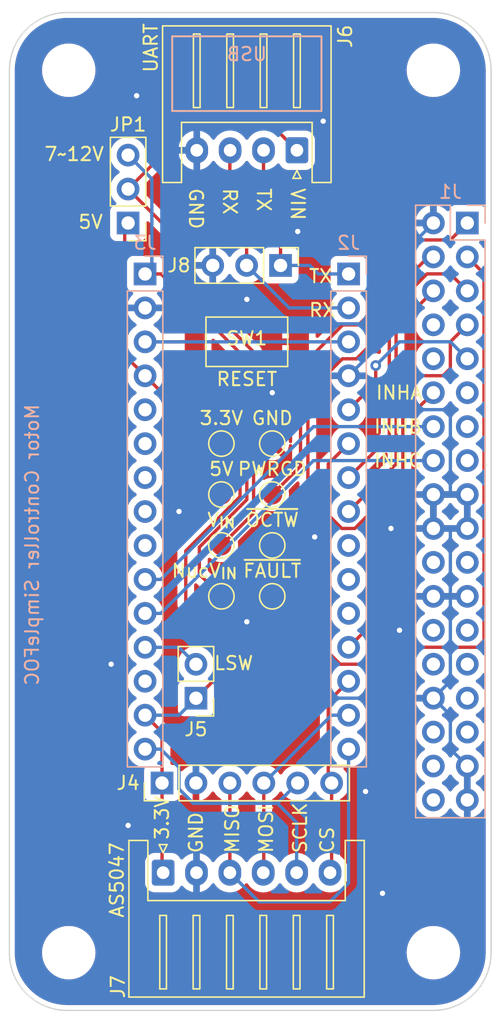
<source format=kicad_pcb>
(kicad_pcb (version 20221018) (generator pcbnew)
  (layers (0 "F.Cu" signal) (31 "B.Cu" signal) (34 "B.Paste" user) (35 "F.Paste" user) (36 "B.SilkS" user "B.Silkscreen") (37 "F.SilkS" user "F.Silkscreen") (38 "B.Mask" user) (39 "F.Mask" user) (44 "Edge.Cuts" user))
  (net 0 "")
  (net 1 "GND")
  (net 2 "PWRGD")
  (net 3 "nOCTW")
  (net 4 "nFAULT")
  (net 5 "M_PWM")
  (net 6 "M_OC")
  (net 7 "GAIN")
  (net 8 "OC_ADJ")
  (net 9 "DC-CAL")
  (net 10 "EN-GATE")
  (net 11 "INH-A")
  (net 12 "INL-A")
  (net 13 "INH-B")
  (net 14 "INL-B")
  (net 15 "INH-C")
  (net 16 "INL-C")
  (net 17 "SO-2")
  (net 18 "SO-1")
  (net 19 "VPDD-O")
  (net 20 "EMF-A")
  (net 21 "EMF-B")
  (net 22 "EMF-C")
  (net 23 "EX-REF")
  (net 24 "IOUTA")
  (net 25 "REF+1.65V")
  (net 26 "IOUTB")
  (net 27 "IOUTC")
  (net 28 "UART_TX")
  (net 29 "UART_RX")
  (net 30 "~{RESET}")
  (net 31 "/PB1")
  (net 32 "/PC14")
  (net 33 "/PC15")
  (net 34 "SPI_CS")
  (net 35 "SPI_MOSI")
  (net 36 "SPI_MISO")
  (net 37 "NUCLEO_VIN")
  (net 38 "+5V")
  (net 39 "/PA2")
  (net 40 "/PA7")
  (net 41 "/PA6")
  (net 42 "/PA5")
  (net 43 "/PA4")
  (net 44 "LIMIT_SW")
  (net 45 "/AREF")
  (net 46 "+3.3V")
  (net 47 "SPI_SCLK")
  (net 48 "VIN")
  (footprint "Connector_JST:JST_XH_S4B-XH-A_1x04_P2.50mm_Horizontal" (layer "F.Cu") (at 133.29 68.22 180)
    (fp_text reference "J6" (at -3.616 8.53 90) (layer "F.SilkS"))
    (fp_text value "Conn_01x04")
    (fp_line (start -2.56 -2.41) (end -1.14 -2.41) (stroke (width 0.12)) (layer "F.SilkS"))
    (fp_line (start -2.56 9.31) (end -2.56 -2.41) (stroke (width 0.12)) (layer "F.SilkS"))
    (fp_line (start -1.14 -2.41) (end -1.14 2.09) (stroke (width 0.12)) (layer "F.SilkS"))
    (fp_line (start -1.14 2.09) (end 3.75 2.09) (stroke (width 0.12)) (layer "F.SilkS"))
    (fp_line (start -0.3 -2.1) (end 0.3 -2.1) (stroke (width 0.12)) (layer "F.SilkS"))
    (fp_line (start -0.25 3.2) (end -0.25 8.7) (stroke (width 0.12)) (layer "F.SilkS"))
    (fp_line (start -0.25 8.7) (end 0.25 8.7) (stroke (width 0.12)) (layer "F.SilkS"))
    (fp_line (start 0 -1.5) (end -0.3 -2.1) (stroke (width 0.12)) (layer "F.SilkS"))
    (fp_line (start 0.25 3.2) (end -0.25 3.2) (stroke (width 0.12)) (layer "F.SilkS"))
    (fp_line (start 0.25 8.7) (end 0.25 3.2) (stroke (width 0.12)) (layer "F.SilkS"))
    (fp_line (start 0.3 -2.1) (end 0 -1.5) (stroke (width 0.12)) (layer "F.SilkS"))
    (fp_line (start 2.25 3.2) (end 2.25 8.7) (stroke (width 0.12)) (layer "F.SilkS"))
    (fp_line (start 2.25 8.7) (end 2.75 8.7) (stroke (width 0.12)) (layer "F.SilkS"))
    (fp_line (start 2.75 3.2) (end 2.25 3.2) (stroke (width 0.12)) (layer "F.SilkS"))
    (fp_line (start 2.75 8.7) (end 2.75 3.2) (stroke (width 0.12)) (layer "F.SilkS"))
    (fp_line (start 3.75 9.31) (end -2.56 9.31) (stroke (width 0.12)) (layer "F.SilkS"))
    (fp_line (start 3.75 9.31) (end 10.06 9.31) (stroke (width 0.12)) (layer "F.SilkS"))
    (fp_line (start 4.75 3.2) (end 4.75 8.7) (stroke (width 0.12)) (layer "F.SilkS"))
    (fp_line (start 4.75 8.7) (end 5.25 8.7) (stroke (width 0.12)) (layer "F.SilkS"))
    (fp_line (start 5.25 3.2) (end 4.75 3.2) (stroke (width 0.12)) (layer "F.SilkS"))
    (fp_line (start 5.25 8.7) (end 5.25 3.2) (stroke (width 0.12)) (layer "F.SilkS"))
    (fp_line (start 7.25 3.2) (end 7.25 8.7) (stroke (width 0.12)) (layer "F.SilkS"))
    (fp_line (start 7.25 8.7) (end 7.75 8.7) (stroke (width 0.12)) (layer "F.SilkS"))
    (fp_line (start 7.75 3.2) (end 7.25 3.2) (stroke (width 0.12)) (layer "F.SilkS"))
    (fp_line (start 7.75 8.7) (end 7.75 3.2) (stroke (width 0.12)) (layer "F.SilkS"))
    (fp_line (start 8.64 -2.41) (end 8.64 2.09) (stroke (width 0.12)) (layer "F.SilkS"))
    (fp_line (start 8.64 2.09) (end 3.75 2.09) (stroke (width 0.12)) (layer "F.SilkS"))
    (fp_line (start 10.06 -2.41) (end 8.64 -2.41) (stroke (width 0.12)) (layer "F.SilkS"))
    (fp_line (start 10.06 9.31) (end 10.06 -2.41) (stroke (width 0.12)) (layer "F.SilkS"))
    (pad "1" thru_hole roundrect (at 0 0 180) (size 1.7 1.95) (drill 0.95) (layers "*.Cu" "*.Mask") (roundrect_rratio 0.1470588235) (net 48 "VIN"))
    (pad "2" thru_hole oval (at 2.5 0 180) (size 1.7 1.95) (drill 0.95) (layers "*.Cu" "*.Mask") (net 28 "UART_TX"))
    (pad "3" thru_hole oval (at 5 0 180) (size 1.7 1.95) (drill 0.95) (layers "*.Cu" "*.Mask") (net 29 "UART_RX"))
    (pad "4" thru_hole oval (at 7.5 0 180) (size 1.7 1.95) (drill 0.95) (layers "*.Cu" "*.Mask") (net 1 "GND"))
  )
  (footprint "TestPoint:TestPoint_Pad_D1.5mm" (layer "F.Cu") (at 127.635 90.17 90)
    (fp_text reference "TP8" hide)
    (fp_text value "TestPoint")
    (fp_text user "3.3V" (at 1.905 0 unlocked) (layer "F.SilkS"))
    (fp_circle (center 0 0) (end 0 0.95) (stroke (width 0.12)) (fill none) (layer "F.SilkS"))
    (pad "1" smd circle (at 0 0 90) (size 1.5 1.5) (layers "F.Cu" "F.Mask") (net 46 "+3.3V"))
  )
  (footprint "TestPoint:TestPoint_Pad_D1.5mm" (layer "F.Cu") (at 131.445 101.6 90)
    (fp_text reference "TP2" hide)
    (fp_text value "TestPoint")
    (fp_text user "~{FAULT}" (at 1.905 0 unlocked) (layer "F.SilkS"))
    (fp_circle (center 0 0) (end 0 0.95) (stroke (width 0.12)) (fill none) (layer "F.SilkS"))
    (pad "1" smd circle (at 0 0 90) (size 1.5 1.5) (layers "F.Cu" "F.Mask") (net 4 "nFAULT"))
  )
  (footprint "TestPoint:TestPoint_Pad_D1.5mm" (layer "F.Cu") (at 127.635 101.6 90)
    (fp_text reference "TP6" hide)
    (fp_text value "TestPoint")
    (fp_text user "NucV_{IN}" (at 1.905 -1.27 unlocked) (layer "F.SilkS"))
    (fp_circle (center 0 0) (end 0 0.95) (stroke (width 0.12)) (fill none) (layer "F.SilkS"))
    (pad "1" smd circle (at 0 0 90) (size 1.5 1.5) (layers "F.Cu" "F.Mask") (net 37 "NUCLEO_VIN"))
  )
  (footprint "MountingHole:MountingHole_3.5mm" (layer "F.Cu") (at 143.51 62.23)
    (fp_text reference "H1" hide)
    (fp_text value "MountingHole")
    (pad "" np_thru_hole circle (at 0 0) (size 3.5 3.5) (drill 3.5) (layers "*.Cu" "*.Mask"))
  )
  (footprint "Connector_PinHeader_2.54mm:PinHeader_1x06_P2.54mm_Vertical" (layer "F.Cu") (at 123.19 115.57 90)
    (fp_text reference "J4" (at 0 -2.54 180) (layer "F.SilkS"))
    (fp_text value "Conn_01x06")
    (fp_line (start -1.33 -1.33) (end 0 -1.33) (stroke (width 0.12)) (layer "F.SilkS"))
    (fp_line (start -1.33 0) (end -1.33 -1.33) (stroke (width 0.12)) (layer "F.SilkS"))
    (fp_line (start -1.33 1.27) (end -1.33 14.03) (stroke (width 0.12)) (layer "F.SilkS"))
    (fp_line (start -1.33 1.27) (end 1.33 1.27) (stroke (width 0.12)) (layer "F.SilkS"))
    (fp_line (start -1.33 14.03) (end 1.33 14.03) (stroke (width 0.12)) (layer "F.SilkS"))
    (fp_line (start 1.33 1.27) (end 1.33 14.03) (stroke (width 0.12)) (layer "F.SilkS"))
    (pad "1" thru_hole rect (at 0 0 90) (size 1.7 1.7) (drill 1) (layers "*.Cu" "*.Mask") (net 46 "+3.3V"))
    (pad "2" thru_hole oval (at 0 2.54 90) (size 1.7 1.7) (drill 1) (layers "*.Cu" "*.Mask") (net 1 "GND"))
    (pad "3" thru_hole oval (at 0 5.08 90) (size 1.7 1.7) (drill 1) (layers "*.Cu" "*.Mask") (net 36 "SPI_MISO"))
    (pad "4" thru_hole oval (at 0 7.62 90) (size 1.7 1.7) (drill 1) (layers "*.Cu" "*.Mask") (net 35 "SPI_MOSI"))
    (pad "5" thru_hole oval (at 0 10.16 90) (size 1.7 1.7) (drill 1) (layers "*.Cu" "*.Mask") (net 47 "SPI_SCLK"))
    (pad "6" thru_hole oval (at 0 12.7 90) (size 1.7 1.7) (drill 1) (layers "*.Cu" "*.Mask") (net 34 "SPI_CS"))
  )
  (footprint "Connector_PinHeader_2.54mm:PinHeader_1x03_P2.54mm_Vertical" (layer "F.Cu") (at 132.065 76.835 -90)
    (fp_text reference "J8" (at 0 7.605 -180) (layer "F.SilkS"))
    (fp_text value "Conn_01x03")
    (fp_line (start -1.33 -1.33) (end 0 -1.33) (stroke (width 0.12)) (layer "F.SilkS"))
    (fp_line (start -1.33 0) (end -1.33 -1.33) (stroke (width 0.12)) (layer "F.SilkS"))
    (fp_line (start -1.33 1.27) (end -1.33 6.41) (stroke (width 0.12)) (layer "F.SilkS"))
    (fp_line (start -1.33 1.27) (end 1.33 1.27) (stroke (width 0.12)) (layer "F.SilkS"))
    (fp_line (start -1.33 6.41) (end 1.33 6.41) (stroke (width 0.12)) (layer "F.SilkS"))
    (fp_line (start 1.33 1.27) (end 1.33 6.41) (stroke (width 0.12)) (layer "F.SilkS"))
    (pad "1" thru_hole rect (at 0 0 270) (size 1.7 1.7) (drill 1) (layers "*.Cu" "*.Mask") (net 28 "UART_TX"))
    (pad "2" thru_hole oval (at 0 2.54 270) (size 1.7 1.7) (drill 1) (layers "*.Cu" "*.Mask") (net 29 "UART_RX"))
    (pad "3" thru_hole oval (at 0 5.08 270) (size 1.7 1.7) (drill 1) (layers "*.Cu" "*.Mask") (net 1 "GND"))
  )
  (footprint "Button_Switch_SMD:SW_SPST_CK_RS282G05A3" (layer "F.Cu") (at 129.54 82.55)
    (fp_text reference "SW1" (at 0 -0.254) (layer "F.SilkS"))
    (fp_text value "SW_Push")
    (fp_text user "RESET" (at 0 2.794 unlocked) (layer "F.SilkS"))
    (fp_line (start -3.06 -1.85) (end 3.06 -1.85) (stroke (width 0.12)) (layer "F.SilkS"))
    (fp_line (start -3.06 1.85) (end -3.06 -1.85) (stroke (width 0.12)) (layer "F.SilkS"))
    (fp_line (start 3.06 -1.85) (end 3.06 1.85) (stroke (width 0.12)) (layer "F.SilkS"))
    (fp_line (start 3.06 1.85) (end -3.06 1.85) (stroke (width 0.12)) (layer "F.SilkS"))
    (pad "1" smd rect (at -3.9 0) (size 1.5 1.5) (layers "F.Cu" "F.Paste" "F.Mask") (net 30 "~{RESET}"))
    (pad "2" smd rect (at 3.9 0) (size 1.5 1.5) (layers "F.Cu" "F.Paste" "F.Mask") (net 1 "GND"))
  )
  (footprint "Connector_PinHeader_2.54mm:PinHeader_1x03_P2.54mm_Vertical" (layer "F.Cu") (at 120.65 73.66 180)
    (fp_text reference "JP1" (at 0 7.366) (layer "F.SilkS"))
    (fp_text value "Jumper_3_Bridged12")
    (fp_line (start -1.33 -1.33) (end 0 -1.33) (stroke (width 0.12)) (layer "F.SilkS"))
    (fp_line (start -1.33 0) (end -1.33 -1.33) (stroke (width 0.12)) (layer "F.SilkS"))
    (fp_line (start -1.33 1.27) (end -1.33 6.41) (stroke (width 0.12)) (layer "F.SilkS"))
    (fp_line (start -1.33 1.27) (end 1.33 1.27) (stroke (width 0.12)) (layer "F.SilkS"))
    (fp_line (start -1.33 6.41) (end 1.33 6.41) (stroke (width 0.12)) (layer "F.SilkS"))
    (fp_line (start 1.33 1.27) (end 1.33 6.41) (stroke (width 0.12)) (layer "F.SilkS"))
    (pad "1" thru_hole rect (at 0 0 180) (size 1.7 1.7) (drill 1) (layers "*.Cu" "*.Mask") (net 38 "+5V"))
    (pad "2" thru_hole oval (at 0 2.54 180) (size 1.7 1.7) (drill 1) (layers "*.Cu" "*.Mask") (net 48 "VIN"))
    (pad "3" thru_hole oval (at 0 5.08 180) (size 1.7 1.7) (drill 1) (layers "*.Cu" "*.Mask") (net 37 "NUCLEO_VIN"))
  )
  (footprint "TestPoint:TestPoint_Pad_D1.5mm" (layer "F.Cu") (at 131.445 97.79 90)
    (fp_text reference "TP3" hide)
    (fp_text value "TestPoint")
    (fp_text user "~{OCTW}" (at 1.905 0 unlocked) (layer "F.SilkS"))
    (fp_circle (center 0 0) (end 0 0.95) (stroke (width 0.12)) (fill none) (layer "F.SilkS"))
    (pad "1" smd circle (at 0 0 90) (size 1.5 1.5) (layers "F.Cu" "F.Mask") (net 3 "nOCTW"))
  )
  (footprint "MountingHole:MountingHole_3.5mm" (layer "F.Cu") (at 116.205 128.27)
    (fp_text reference "H4" hide)
    (fp_text value "MountingHole")
    (pad "" np_thru_hole circle (at 0 0) (size 3.5 3.5) (drill 3.5) (layers "*.Cu" "*.Mask"))
  )
  (footprint "TestPoint:TestPoint_Pad_D1.5mm" (layer "F.Cu") (at 131.445 90.17)
    (fp_text reference "TP9" hide)
    (fp_text value "TestPoint")
    (fp_text user "GND" (at 0 -1.905 unlocked) (layer "F.SilkS"))
    (fp_circle (center 0 0) (end 0 0.95) (stroke (width 0.12)) (fill none) (layer "F.SilkS"))
    (pad "1" smd circle (at 0 0) (size 1.5 1.5) (layers "F.Cu" "F.Mask") (net 1 "GND"))
  )
  (footprint "Connector_JST:JST_XH_S6B-XH-A_1x06_P2.50mm_Horizontal" (layer "F.Cu") (at 123.27 122.28)
    (fp_text reference "J7" (at -3.382 8.53 90) (layer "F.SilkS"))
    (fp_text value "Conn_01x06")
    (fp_line (start -2.56 -2.41) (end -1.14 -2.41) (stroke (width 0.12)) (layer "F.SilkS"))
    (fp_line (start -2.56 9.31) (end -2.56 -2.41) (stroke (width 0.12)) (layer "F.SilkS"))
    (fp_line (start -1.14 -2.41) (end -1.14 2.09) (stroke (width 0.12)) (layer "F.SilkS"))
    (fp_line (start -1.14 2.09) (end 6.25 2.09) (stroke (width 0.12)) (layer "F.SilkS"))
    (fp_line (start -0.3 -2.1) (end 0.3 -2.1) (stroke (width 0.12)) (layer "F.SilkS"))
    (fp_line (start -0.25 3.2) (end -0.25 8.7) (stroke (width 0.12)) (layer "F.SilkS"))
    (fp_line (start -0.25 8.7) (end 0.25 8.7) (stroke (width 0.12)) (layer "F.SilkS"))
    (fp_line (start 0 -1.5) (end -0.3 -2.1) (stroke (width 0.12)) (layer "F.SilkS"))
    (fp_line (start 0.25 3.2) (end -0.25 3.2) (stroke (width 0.12)) (layer "F.SilkS"))
    (fp_line (start 0.25 8.7) (end 0.25 3.2) (stroke (width 0.12)) (layer "F.SilkS"))
    (fp_line (start 0.3 -2.1) (end 0 -1.5) (stroke (width 0.12)) (layer "F.SilkS"))
    (fp_line (start 2.25 3.2) (end 2.25 8.7) (stroke (width 0.12)) (layer "F.SilkS"))
    (fp_line (start 2.25 8.7) (end 2.75 8.7) (stroke (width 0.12)) (layer "F.SilkS"))
    (fp_line (start 2.75 3.2) (end 2.25 3.2) (stroke (width 0.12)) (layer "F.SilkS"))
    (fp_line (start 2.75 8.7) (end 2.75 3.2) (stroke (width 0.12)) (layer "F.SilkS"))
    (fp_line (start 4.75 3.2) (end 4.75 8.7) (stroke (width 0.12)) (layer "F.SilkS"))
    (fp_line (start 4.75 8.7) (end 5.25 8.7) (stroke (width 0.12)) (layer "F.SilkS"))
    (fp_line (start 5.25 3.2) (end 4.75 3.2) (stroke (width 0.12)) (layer "F.SilkS"))
    (fp_line (start 5.25 8.7) (end 5.25 3.2) (stroke (width 0.12)) (layer "F.SilkS"))
    (fp_line (start 6.25 9.31) (end -2.56 9.31) (stroke (width 0.12)) (layer "F.SilkS"))
    (fp_line (start 6.25 9.31) (end 15.06 9.31) (stroke (width 0.12)) (layer "F.SilkS"))
    (fp_line (start 7.25 3.2) (end 7.25 8.7) (stroke (width 0.12)) (layer "F.SilkS"))
    (fp_line (start 7.25 8.7) (end 7.75 8.7) (stroke (width 0.12)) (layer "F.SilkS"))
    (fp_line (start 7.75 3.2) (end 7.25 3.2) (stroke (width 0.12)) (layer "F.SilkS"))
    (fp_line (start 7.75 8.7) (end 7.75 3.2) (stroke (width 0.12)) (layer "F.SilkS"))
    (fp_line (start 9.75 3.2) (end 9.75 8.7) (stroke (width 0.12)) (layer "F.SilkS"))
    (fp_line (start 9.75 8.7) (end 10.25 8.7) (stroke (width 0.12)) (layer "F.SilkS"))
    (fp_line (start 10.25 3.2) (end 9.75 3.2) (stroke (width 0.12)) (layer "F.SilkS"))
    (fp_line (start 10.25 8.7) (end 10.25 3.2) (stroke (width 0.12)) (layer "F.SilkS"))
    (fp_line (start 12.25 3.2) (end 12.25 8.7) (stroke (width 0.12)) (layer "F.SilkS"))
    (fp_line (start 12.25 8.7) (end 12.75 8.7) (stroke (width 0.12)) (layer "F.SilkS"))
    (fp_line (start 12.75 3.2) (end 12.25 3.2) (stroke (width 0.12)) (layer "F.SilkS"))
    (fp_line (start 12.75 8.7) (end 12.75 3.2) (stroke (width 0.12)) (layer "F.SilkS"))
    (fp_line (start 13.64 -2.41) (end 13.64 2.09) (stroke (width 0.12)) (layer "F.SilkS"))
    (fp_line (start 13.64 2.09) (end 6.25 2.09) (stroke (width 0.12)) (layer "F.SilkS"))
    (fp_line (start 15.06 -2.41) (end 13.64 -2.41) (stroke (width 0.12)) (layer "F.SilkS"))
    (fp_line (start 15.06 9.31) (end 15.06 -2.41) (stroke (width 0.12)) (layer "F.SilkS"))
    (pad "1" thru_hole roundrect (at 0 0) (size 1.7 1.95) (drill 0.95) (layers "*.Cu" "*.Mask") (roundrect_rratio 0.1470588235) (net 46 "+3.3V"))
    (pad "2" thru_hole oval (at 2.5 0) (size 1.7 1.95) (drill 0.95) (layers "*.Cu" "*.Mask") (net 1 "GND"))
    (pad "3" thru_hole oval (at 5 0) (size 1.7 1.95) (drill 0.95) (layers "*.Cu" "*.Mask") (net 36 "SPI_MISO"))
    (pad "4" thru_hole oval (at 7.5 0) (size 1.7 1.95) (drill 0.95) (layers "*.Cu" "*.Mask") (net 35 "SPI_MOSI"))
    (pad "5" thru_hole oval (at 10 0) (size 1.7 1.95) (drill 0.95) (layers "*.Cu" "*.Mask") (net 47 "SPI_SCLK"))
    (pad "6" thru_hole oval (at 12.5 0) (size 1.7 1.95) (drill 0.95) (layers "*.Cu" "*.Mask") (net 34 "SPI_CS"))
  )
  (footprint "Connector_PinHeader_2.54mm:PinHeader_1x02_P2.54mm_Vertical" (layer "F.Cu") (at 125.73 109.225 180)
    (fp_text reference "J5" (at 0 -2.33) (layer "F.SilkS"))
    (fp_text value "Conn_01x02")
    (fp_line (start -1.33 -1.33) (end 0 -1.33) (stroke (width 0.12)) (layer "F.SilkS"))
    (fp_line (start -1.33 0) (end -1.33 -1.33) (stroke (width 0.12)) (layer "F.SilkS"))
    (fp_line (start -1.33 1.27) (end -1.33 3.87) (stroke (width 0.12)) (layer "F.SilkS"))
    (fp_line (start -1.33 1.27) (end 1.33 1.27) (stroke (width 0.12)) (layer "F.SilkS"))
    (fp_line (start -1.33 3.87) (end 1.33 3.87) (stroke (width 0.12)) (layer "F.SilkS"))
    (fp_line (start 1.33 1.27) (end 1.33 3.87) (stroke (width 0.12)) (layer "F.SilkS"))
    (pad "1" thru_hole rect (at 0 0 180) (size 1.7 1.7) (drill 1) (layers "*.Cu" "*.Mask") (net 46 "+3.3V"))
    (pad "2" thru_hole oval (at 0 2.54 180) (size 1.7 1.7) (drill 1) (layers "*.Cu" "*.Mask") (net 44 "LIMIT_SW"))
  )
  (footprint "MountingHole:MountingHole_3.5mm" (layer "F.Cu") (at 143.51 128.27)
    (fp_text reference "H2" hide)
    (fp_text value "MountingHole")
    (pad "" np_thru_hole circle (at 0 0) (size 3.5 3.5) (drill 3.5) (layers "*.Cu" "*.Mask"))
  )
  (footprint "MountingHole:MountingHole_3.5mm" (layer "F.Cu") (at 116.205 62.23)
    (fp_text reference "H3" hide)
    (fp_text value "MountingHole")
    (pad "" np_thru_hole circle (at 0 0) (size 3.5 3.5) (drill 3.5) (layers "*.Cu" "*.Mask"))
  )
  (footprint "TestPoint:TestPoint_Pad_D1.5mm" (layer "F.Cu") (at 131.445 93.98)
    (fp_text reference "TP1" hide)
    (fp_text value "TestPoint")
    (fp_text user "PWRGD" (at 0 -1.905 unlocked) (layer "F.SilkS"))
    (fp_circle (center 0 0) (end 0 0.95) (stroke (width 0.12)) (fill none) (layer "F.SilkS"))
    (pad "1" smd circle (at 0 0) (size 1.5 1.5) (layers "F.Cu" "F.Mask") (net 2 "PWRGD"))
  )
  (footprint "TestPoint:TestPoint_Pad_D1.5mm" (layer "F.Cu") (at 127.635 93.98 90)
    (fp_text reference "TP7" hide)
    (fp_text value "TestPoint")
    (fp_text user "5V" (at 1.905 0 unlocked) (layer "F.SilkS"))
    (fp_circle (center 0 0) (end 0 0.95) (stroke (width 0.12)) (fill none) (layer "F.SilkS"))
    (pad "1" smd circle (at 0 0 90) (size 1.5 1.5) (layers "F.Cu" "F.Mask") (net 38 "+5V"))
  )
  (footprint "TestPoint:TestPoint_Pad_D1.5mm" (layer "F.Cu") (at 127.635 97.79 90)
    (fp_text reference "TP5" hide)
    (fp_text value "TestPoint")
    (fp_text user "V_{IN}" (at 1.905 0 unlocked) (layer "F.SilkS"))
    (fp_circle (center 0 0) (end 0 0.95) (stroke (width 0.12)) (fill none) (layer "F.SilkS"))
    (pad "1" smd circle (at 0 0 90) (size 1.5 1.5) (layers "F.Cu" "F.Mask") (net 48 "VIN"))
  )
  (footprint "Connector_PinHeader_2.54mm:PinHeader_1x15_P2.54mm_Vertical" (layer "B.Cu") (at 121.92 77.475 180)
    (fp_text reference "J3" (at 0 2.33) (layer "B.SilkS") (effects (justify mirror)))
    (fp_text value "Conn_01x15")
    (fp_line (start -1.33 -36.89) (end 1.33 -36.89) (stroke (width 0.12)) (layer "B.SilkS"))
    (fp_line (start -1.33 -1.27) (end -1.33 -36.89) (stroke (width 0.12)) (layer "B.SilkS"))
    (fp_line (start -1.33 -1.27) (end 1.33 -1.27) (stroke (width 0.12)) (layer "B.SilkS"))
    (fp_line (start -1.33 0) (end -1.33 1.33) (stroke (width 0.12)) (layer "B.SilkS"))
    (fp_line (start -1.33 1.33) (end 0 1.33) (stroke (width 0.12)) (layer "B.SilkS"))
    (fp_line (start 1.33 -1.27) (end 1.33 -36.89) (stroke (width 0.12)) (layer "B.SilkS"))
    (pad "1" thru_hole rect (at 0 0 180) (size 1.7 1.7) (drill 1) (layers "*.Cu" "*.Mask") (net 37 "NUCLEO_VIN"))
    (pad "2" thru_hole oval (at 0 -2.54 180) (size 1.7 1.7) (drill 1) (layers "*.Cu" "*.Mask") (net 1 "GND"))
    (pad "3" thru_hole oval (at 0 -5.08 180) (size 1.7 1.7) (drill 1) (layers "*.Cu" "*.Mask") (net 30 "~{RESET}"))
    (pad "4" thru_hole oval (at 0 -7.62 180) (size 1.7 1.7) (drill 1) (layers "*.Cu" "*.Mask") (net 38 "+5V"))
    (pad "5" thru_hole oval (at 0 -10.16 180) (size 1.7 1.7) (drill 1) (layers "*.Cu" "*.Mask") (net 39 "/PA2"))
    (pad "6" thru_hole oval (at 0 -12.7 180) (size 1.7 1.7) (drill 1) (layers "*.Cu" "*.Mask") (net 40 "/PA7"))
    (pad "7" thru_hole oval (at 0 -15.24 180) (size 1.7 1.7) (drill 1) (layers "*.Cu" "*.Mask") (net 41 "/PA6"))
    (pad "8" thru_hole oval (at 0 -17.78 180) (size 1.7 1.7) (drill 1) (layers "*.Cu" "*.Mask") (net 42 "/PA5"))
    (pad "9" thru_hole oval (at 0 -20.32 180) (size 1.7 1.7) (drill 1) (layers "*.Cu" "*.Mask") (net 43 "/PA4"))
    (pad "10" thru_hole oval (at 0 -22.86 180) (size 1.7 1.7) (drill 1) (layers "*.Cu" "*.Mask") (net 13 "INH-B"))
    (pad "11" thru_hole oval (at 0 -25.4 180) (size 1.7 1.7) (drill 1) (layers "*.Cu" "*.Mask") (net 15 "INH-C"))
    (pad "12" thru_hole oval (at 0 -27.94 180) (size 1.7 1.7) (drill 1) (layers "*.Cu" "*.Mask") (net 44 "LIMIT_SW"))
    (pad "13" thru_hole oval (at 0 -30.48 180) (size 1.7 1.7) (drill 1) (layers "*.Cu" "*.Mask") (net 45 "/AREF"))
    (pad "14" thru_hole oval (at 0 -33.02 180) (size 1.7 1.7) (drill 1) (layers "*.Cu" "*.Mask") (net 46 "+3.3V"))
    (pad "15" thru_hole oval (at 0 -35.56 180) (size 1.7 1.7) (drill 1) (layers "*.Cu" "*.Mask") (net 47 "SPI_SCLK"))
  )
  (footprint "Connector_PinHeader_2.54mm:PinHeader_1x15_P2.54mm_Vertical" (layer "B.Cu") (at 137.16 77.475 180)
    (fp_text reference "J2" (at 0 2.33) (layer "B.SilkS") (effects (justify mirror)))
    (fp_text value "Conn_01x15")
    (fp_line (start -1.33 -36.89) (end 1.33 -36.89) (stroke (width 0.12)) (layer "B.SilkS"))
    (fp_line (start -1.33 -1.27) (end -1.33 -36.89) (stroke (width 0.12)) (layer "B.SilkS"))
    (fp_line (start -1.33 -1.27) (end 1.33 -1.27) (stroke (width 0.12)) (layer "B.SilkS"))
    (fp_line (start -1.33 0) (end -1.33 1.33) (stroke (width 0.12)) (layer "B.SilkS"))
    (fp_line (start -1.33 1.33) (end 0 1.33) (stroke (width 0.12)) (layer "B.SilkS"))
    (fp_line (start 1.33 -1.27) (end 1.33 -36.89) (stroke (width 0.12)) (layer "B.SilkS"))
    (pad "1" thru_hole rect (at 0 0 180) (size 1.7 1.7) (drill 1) (layers "*.Cu" "*.Mask") (net 28 "UART_TX"))
    (pad "2" thru_hole oval (at 0 -2.54 180) (size 1.7 1.7) (drill 1) (layers "*.Cu" "*.Mask") (net 29 "UART_RX"))
    (pad "3" thru_hole oval (at 0 -5.08 180) (size 1.7 1.7) (drill 1) (layers "*.Cu" "*.Mask") (net 30 "~{RESET}"))
    (pad "4" thru_hole oval (at 0 -7.62 180) (size 1.7 1.7) (drill 1) (layers "*.Cu" "*.Mask") (net 1 "GND"))
    (pad "5" thru_hole oval (at 0 -10.16 180) (size 1.7 1.7) (drill 1) (layers "*.Cu" "*.Mask") (net 10 "EN-GATE"))
    (pad "6" thru_hole oval (at 0 -12.7 180) (size 1.7 1.7) (drill 1) (layers "*.Cu" "*.Mask") (net 8 "OC_ADJ"))
    (pad "7" thru_hole oval (at 0 -15.24 180) (size 1.7 1.7) (drill 1) (layers "*.Cu" "*.Mask") (net 6 "M_OC"))
    (pad "8" thru_hole oval (at 0 -17.78 180) (size 1.7 1.7) (drill 1) (layers "*.Cu" "*.Mask") (net 5 "M_PWM"))
    (pad "9" thru_hole oval (at 0 -20.32 180) (size 1.7 1.7) (drill 1) (layers "*.Cu" "*.Mask") (net 31 "/PB1"))
    (pad "10" thru_hole oval (at 0 -22.86 180) (size 1.7 1.7) (drill 1) (layers "*.Cu" "*.Mask") (net 32 "/PC14"))
    (pad "11" thru_hole oval (at 0 -25.4 180) (size 1.7 1.7) (drill 1) (layers "*.Cu" "*.Mask") (net 33 "/PC15"))
    (pad "12" thru_hole oval (at 0 -27.94 180) (size 1.7 1.7) (drill 1) (layers "*.Cu" "*.Mask") (net 11 "INH-A"))
    (pad "13" thru_hole oval (at 0 -30.48 180) (size 1.7 1.7) (drill 1) (layers "*.Cu" "*.Mask") (net 34 "SPI_CS"))
    (pad "14" thru_hole oval (at 0 -33.02 180) (size 1.7 1.7) (drill 1) (layers "*.Cu" "*.Mask") (net 35 "SPI_MOSI"))
    (pad "15" thru_hole oval (at 0 -35.56 180) (size 1.7 1.7) (drill 1) (layers "*.Cu" "*.Mask") (net 36 "SPI_MISO"))
  )
  (footprint "Connector_PinHeader_2.54mm:PinHeader_2x18_P2.54mm_Vertical" (layer "B.Cu") (at 146.05 73.66 180)
    (fp_text reference "J1" (at 1.27 2.33) (layer "B.SilkS") (effects (justify mirror)))
    (fp_text value "DRV8302")
    (fp_line (start -1.33 -44.51) (end 3.87 -44.51) (stroke (width 0.12)) (layer "B.SilkS"))
    (fp_line (start -1.33 -1.27) (end -1.33 -44.51) (stroke (width 0.12)) (layer "B.SilkS"))
    (fp_line (start -1.33 -1.27) (end 1.27 -1.27) (stroke (width 0.12)) (layer "B.SilkS"))
    (fp_line (start -1.33 0) (end -1.33 1.33) (stroke (width 0.12)) (layer "B.SilkS"))
    (fp_line (start -1.33 1.33) (end 0 1.33) (stroke (width 0.12)) (layer "B.SilkS"))
    (fp_line (start 1.27 -1.27) (end 1.27 1.33) (stroke (width 0.12)) (layer "B.SilkS"))
    (fp_line (start 1.27 1.33) (end 3.87 1.33) (stroke (width 0.12)) (layer "B.SilkS"))
    (fp_line (start 3.87 1.33) (end 3.87 -44.51) (stroke (width 0.12)) (layer "B.SilkS"))
    (pad "1" thru_hole rect (at 0 0 180) (size 1.7 1.7) (drill 1) (layers "*.Cu" "*.Mask") (net 2 "PWRGD"))
    (pad "2" thru_hole oval (at 2.54 0 180) (size 1.7 1.7) (drill 1) (layers "*.Cu" "*.Mask") (net 1 "GND"))
    (pad "3" thru_hole oval (at 0 -2.54 180) (size 1.7 1.7) (drill 1) (layers "*.Cu" "*.Mask") (net 4 "nFAULT"))
    (pad "4" thru_hole oval (at 2.54 -2.54 180) (size 1.7 1.7) (drill 1) (layers "*.Cu" "*.Mask") (net 3 "nOCTW"))
    (pad "5" thru_hole oval (at 0 -5.08 180) (size 1.7 1.7) (drill 1) (layers "*.Cu" "*.Mask") (net 6 "M_OC"))
    (pad "6" thru_hole oval (at 2.54 -5.08 180) (size 1.7 1.7) (drill 1) (layers "*.Cu" "*.Mask") (net 5 "M_PWM"))
    (pad "7" thru_hole oval (at 0 -7.62 180) (size 1.7 1.7) (drill 1) (layers "*.Cu" "*.Mask") (net 8 "OC_ADJ"))
    (pad "8" thru_hole oval (at 2.54 -7.62 180) (size 1.7 1.7) (drill 1) (layers "*.Cu" "*.Mask") (net 7 "GAIN"))
    (pad "9" thru_hole oval (at 0 -10.16 180) (size 1.7 1.7) (drill 1) (layers "*.Cu" "*.Mask") (net 10 "EN-GATE"))
    (pad "10" thru_hole oval (at 2.54 -10.16 180) (size 1.7 1.7) (drill 1) (layers "*.Cu" "*.Mask") (net 9 "DC-CAL"))
    (pad "11" thru_hole oval (at 0 -12.7 180) (size 1.7 1.7) (drill 1) (layers "*.Cu" "*.Mask") (net 12 "INL-A"))
    (pad "12" thru_hole oval (at 2.54 -12.7 180) (size 1.7 1.7) (drill 1) (layers "*.Cu" "*.Mask") (net 11 "INH-A"))
    (pad "13" thru_hole oval (at 0 -15.24 180) (size 1.7 1.7) (drill 1) (layers "*.Cu" "*.Mask") (net 14 "INL-B"))
    (pad "14" thru_hole oval (at 2.54 -15.24 180) (size 1.7 1.7) (drill 1) (layers "*.Cu" "*.Mask") (net 13 "INH-B"))
    (pad "15" thru_hole oval (at 0 -17.78 180) (size 1.7 1.7) (drill 1) (layers "*.Cu" "*.Mask") (net 16 "INL-C"))
    (pad "16" thru_hole oval (at 2.54 -17.78 180) (size 1.7 1.7) (drill 1) (layers "*.Cu" "*.Mask") (net 15 "INH-C"))
    (pad "17" thru_hole oval (at 0 -20.32 180) (size 1.7 1.7) (drill 1) (layers "*.Cu" "*.Mask") (net 1 "GND"))
    (pad "18" thru_hole oval (at 2.54 -20.32 180) (size 1.7 1.7) (drill 1) (layers "*.Cu" "*.Mask") (net 1 "GND"))
    (pad "19" thru_hole oval (at 0 -22.86 180) (size 1.7 1.7) (drill 1) (layers "*.Cu" "*.Mask") (net 1 "GND"))
    (pad "20" thru_hole oval (at 2.54 -22.86 180) (size 1.7 1.7) (drill 1) (layers "*.Cu" "*.Mask") (net 1 "GND"))
    (pad "21" thru_hole oval (at 0 -25.4 180) (size 1.7 1.7) (drill 1) (layers "*.Cu" "*.Mask") (net 18 "SO-1"))
    (pad "22" thru_hole oval (at 2.54 -25.4 180) (size 1.7 1.7) (drill 1) (layers "*.Cu" "*.Mask") (net 17 "SO-2"))
    (pad "23" thru_hole oval (at 0 -27.94 180) (size 1.7 1.7) (drill 1) (layers "*.Cu" "*.Mask") (net 1 "GND"))
    (pad "24" thru_hole oval (at 2.54 -27.94 180) (size 1.7 1.7) (drill 1) (layers "*.Cu" "*.Mask") (net 1 "GND"))
    (pad "25" thru_hole oval (at 0 -30.48 180) (size 1.7 1.7) (drill 1) (layers "*.Cu" "*.Mask") (net 20 "EMF-A"))
    (pad "26" thru_hole oval (at 2.54 -30.48 180) (size 1.7 1.7) (drill 1) (layers "*.Cu" "*.Mask") (net 19 "VPDD-O"))
    (pad "27" thru_hole oval (at 0 -33.02 180) (size 1.7 1.7) (drill 1) (layers "*.Cu" "*.Mask") (net 22 "EMF-C"))
    (pad "28" thru_hole oval (at 2.54 -33.02 180) (size 1.7 1.7) (drill 1) (layers "*.Cu" "*.Mask") (net 21 "EMF-B"))
    (pad "29" thru_hole oval (at 0 -35.56 180) (size 1.7 1.7) (drill 1) (layers "*.Cu" "*.Mask") (net 23 "EX-REF"))
    (pad "30" thru_hole oval (at 2.54 -35.56 180) (size 1.7 1.7) (drill 1) (layers "*.Cu" "*.Mask") (net 1 "GND"))
    (pad "31" thru_hole oval (at 0 -38.1 180) (size 1.7 1.7) (drill 1) (layers "*.Cu" "*.Mask") (net 25 "REF+1.65V"))
    (pad "32" thru_hole oval (at 2.54 -38.1 180) (size 1.7 1.7) (drill 1) (layers "*.Cu" "*.Mask") (net 24 "IOUTA"))
    (pad "33" thru_hole oval (at 0 -40.64 180) (size 1.7 1.7) (drill 1) (layers "*.Cu" "*.Mask") (net 1 "GND"))
    (pad "34" thru_hole oval (at 2.54 -40.64 180) (size 1.7 1.7) (drill 1) (layers "*.Cu" "*.Mask") (net 26 "IOUTB"))
    (pad "35" thru_hole oval (at 0 -43.18 180) (size 1.7 1.7) (drill 1) (layers "*.Cu" "*.Mask") (net 1 "GND"))
    (pad "36" thru_hole oval (at 2.54 -43.18 180) (size 1.7 1.7) (drill 1) (layers "*.Cu" "*.Mask") (net 27 "IOUTC"))
  )
  (gr_line (start 111.76 128.27) (end 111.76 62.23) (stroke (width 0.1)) (layer "Edge.Cuts"))
  (gr_line (start 147.828 62.23) (end 147.828 128.27) (stroke (width 0.1)) (layer "Edge.Cuts"))
  (gr_line (start 116.078 57.912) (end 143.51 57.912) (stroke (width 0.1)) (layer "Edge.Cuts"))
  (gr_arc (start 116.078 132.588) (mid 113.024713 131.323287) (end 111.76 128.27) (stroke (width 0.1)) (layer "Edge.Cuts"))
  (gr_arc (start 147.828 128.27) (mid 146.563287 131.323287) (end 143.51 132.588) (stroke (width 0.1)) (layer "Edge.Cuts"))
  (gr_arc (start 143.51 57.912) (mid 146.563287 59.176713) (end 147.828 62.23) (stroke (width 0.1)) (layer "Edge.Cuts"))
  (gr_arc (start 111.76 62.23) (mid 113.024713 59.176713) (end 116.078 57.912) (stroke (width 0.1)) (layer "Edge.Cuts"))
  (gr_line (start 143.51 132.588) (end 116.078 132.588) (stroke (width 0.1)) (layer "Edge.Cuts"))
  (gr_text "LEAP-UP" (at 116.84 123.19 90) (layer "F.Cu") (effects (font (size 1.3 1.3) (thickness 0.26) bold) (justify left bottom)))
  (gr_text "Lightweight Exoskeleton with Assistive Power, Upper Limb" (at 114.3 123.19 90) (layer "F.Cu") (effects (font (size 1.2 1.2) (thickness 0.18) italic) (justify left bottom)))
  (gr_text "Motor Controller SimpleFOC" (at 114.046 87.122 90) (layer "B.SilkS") (effects (font (size 1 1)) (justify left bottom mirror)))
  (gr_text "MOSI" (at 131.572 120.904 90) (layer "F.SilkS") (effects (font (size 1 1)) (justify left bottom)))
  (gr_text "5V" (at 116.84 74.168) (layer "F.SilkS") (effects (font (size 1 1)) (justify left bottom)))
  (gr_text "INHB" (at 142.748 88.9) (layer "F.SilkS") (effects (font (size 1 1)) (justify right)))
  (gr_text "GND" (at 125.73 70.966 -90) (layer "F.SilkS") (effects (font (size 1 1)) (justify left)))
  (gr_text "INHA" (at 142.748 86.36) (layer "F.SilkS") (effects (font (size 1 1)) (justify right)))
  (gr_text "RX" (at 128.27 70.966 -90) (layer "F.SilkS") (effects (font (size 1 1)) (justify left)))
  (gr_text "GND" (at 125.73 120.904 -270) (layer "F.SilkS") (effects (font (size 1 1)) (justify left)))
  (gr_text "SCLK" (at 134.112 120.904 90) (layer "F.SilkS") (effects (font (size 1 1)) (justify left bottom)))
  (gr_text "INHC" (at 142.748 91.44) (layer "F.SilkS") (effects (font (size 1 1)) (justify right)))
  (gr_text "AS5047" (at 120.396 125.73 90) (layer "F.SilkS") (effects (font (size 1 1)) (justify left bottom)))
  (gr_text "3.3V" (at 123.19 119.888 90) (layer "F.SilkS") (effects (font (size 1 1)) (justify left)))
  (gr_text "RX" (at 134.112 80.772) (layer "F.SilkS") (effects (font (size 1 1)) (justify left bottom)))
  (gr_text "MISO" (at 129.032 120.904 90) (layer "F.SilkS") (effects (font (size 1 1)) (justify left bottom)))
  (gr_text "TX" (at 130.81 70.966 -90) (layer "F.SilkS") (effects (font (size 1 1)) (justify left)))
  (gr_text "7~12V" (at 114.3 69.088) (layer "F.SilkS") (effects (font (size 1 1)) (justify left bottom)))
  (gr_text "CS" (at 136.144 120.904 90) (layer "F.SilkS") (effects (font (size 1 1)) (justify left bottom)))
  (gr_text "UART" (at 122.936 62.484 90) (layer "F.SilkS") (effects (font (size 1 1)) (justify left bottom)))
  (gr_text "VIN" (at 133.35 70.966 -90) (layer "F.SilkS") (effects (font (size 1 1)) (justify left)))
  (gr_text "TX" (at 134.112 78.232) (layer "F.SilkS") (effects (font (size 1 1)) (justify left bottom)))
  (gr_text "LSW" (at 127 107.188) (layer "F.SilkS") (effects (font (size 1 1)) (justify left bottom)))
  (gr_text_box "USB" (start 123.952 59.69) (end 135.128 65.278) (layer "B.SilkS") (effects (font (size 1 1)) (justify top mirror)) (stroke (width 0.15)))
  (segment (start 125.73 68.28) (end 125.79 68.22) (width 0.25) (layer "F.Cu") (net 1))
  (segment (start 146.05 96.52) (end 146.05 93.98) (width 0.25) (layer "F.Cu") (net 1))
  (segment (start 131.064 82.55) (end 131.445 82.55) (width 0.25) (layer "F.Cu") (net 1))
  (segment (start 146.05 93.98) (end 144.6869 93.98) (width 0.25) (layer "F.Cu") (net 1))
  (segment (start 126.985 76.835) (end 126.985 78.471) (width 0.25) (layer "F.Cu") (net 1))
  (segment (start 131.445 82.55) (end 131.445 90.17) (width 0.25) (layer "F.Cu") (net 1))
  (segment (start 126.985 73.645) (end 125.73 72.39) (width 0.25) (layer "F.Cu") (net 1))
  (segment (start 126.985 78.471) (end 131.064 82.55) (width 0.25) (layer "F.Cu") (net 1))
  (segment (start 125.73 72.39) (end 125.73 68.28) (width 0.25) (layer "F.Cu") (net 1))
  (segment (start 125.77 120.65) (end 125.77 122.28) (width 0.25) (layer "F.Cu") (net 1))
  (segment (start 143.51 93.98) (end 144.6869 93.98) (width 0.25) (layer "F.Cu") (net 1))
  (segment (start 125.73 122.24) (end 125.73 115.57) (width 0.25) (layer "F.Cu") (net 1))
  (segment (start 125.77 122.28) (end 125.73 122.24) (width 0.25) (layer "F.Cu") (net 1))
  (segment (start 126.985 76.835) (end 126.985 73.645) (width 0.25) (layer "F.Cu") (net 1))
  (segment (start 133.44 82.55) (end 131.445 82.55) (width 0.25) (layer "F.Cu") (net 1))
  (via (at 133.35 74.295) (size 0.8) (drill 0.4) (layers "F.Cu" "B.Cu") (net 1))
  (via (at 129.54 103.505) (size 0.8) (drill 0.4) (layers "F.Cu" "B.Cu") (net 1))
  (via (at 121.285 64.135) (size 0.8) (drill 0.4) (layers "F.Cu" "B.Cu") (net 1))
  (via (at 134.62 97.155) (size 0.8) (drill 0.4) (layers "F.Cu" "B.Cu") (net 1))
  (via (at 139.7 123.825) (size 0.8) (drill 0.4) (layers "F.Cu" "B.Cu") (net 1))
  (via (at 135.255 66.04) (size 0.8) (drill 0.4) (layers "F.Cu" "B.Cu") (net 1))
  (via (at 129.54 79.375) (size 0.8) (drill 0.4) (layers "F.Cu" "B.Cu") (net 1))
  (via (at 140.97 104.14) (size 0.8) (drill 0.4) (layers "F.Cu" "B.Cu") (net 1))
  (via (at 124.46 95.25) (size 0.8) (drill 0.4) (layers "F.Cu" "B.Cu") (net 1))
  (via (at 120.65 118.745) (size 0.8) (drill 0.4) (layers "F.Cu" "B.Cu") (net 1))
  (via (at 138.43 116.205) (size 0.8) (drill 0.4) (layers "F.Cu" "B.Cu") (net 1))
  (via (at 140.335 96.52) (size 0.8) (drill 0.4) (layers "F.Cu" "B.Cu") (net 1))
  (via (at 119.38 106.68) (size 0.8) (drill 0.4) (layers "F.Cu" "B.Cu") (net 1))
  (via (at 131.445 86.36) (size 0.8) (drill 0.4) (layers "F.Cu" "B.Cu") (net 1))
  (segment (start 138.938 80.6103) (end 138.3423 81.206) (width 0.25) (layer "B.Cu") (net 1))
  (segment (start 144.272 87.63) (end 140.8719 87.63) (width 0.25) (layer "B.Cu") (net 1))
  (segment (start 146.05 101.6) (end 144.9865 101.6) (width 0.25) (layer "B.Cu") (net 1))
  (segment (start 143.51 96.52) (end 146.05 96.52) (width 0.25) (layer "B.Cu") (net 1))
  (segment (start 144.78 113.03) (end 144.78 110.49) (width 0.25) (layer "B.Cu") (net 1))
  (segment (start 144.78 88.138) (end 144.272 87.63) (width 0.25) (layer "B.Cu") (net 1))
  (segment (start 144.6869 101.6) (end 144.78 101.5069) (width 0.25) (layer "B.Cu") (net 1))
  (segment (start 125.441 80.015) (end 126.985 78.471) (width 0.25) (layer "B.Cu") (net 1))
  (segment (start 144.6869 101.6) (end 144.78 101.6931) (width 0.25) (layer "B.Cu") (net 1))
  (segment (start 144.78 107.95) (end 143.51 109.22) (width 0.25) (layer "B.Cu") (net 1))
  (segment (start 138.938 83.317) (end 137.16 85.095) (width 0.25) (layer "B.Cu") (net 1))
  (segment (start 140.8719 87.63) (end 138.3369 85.095) (width 0.25) (layer "B.Cu") (net 1))
  (segment (start 138.3423 81.206) (end 138.938 81.8017) (width 0.25) (layer "B.Cu") (net 1))
  (segment (start 126.985 76.835) (end 126.985 78.471) (width 0.25) (layer "B.Cu") (net 1))
  (segment (start 121.92 80.015) (end 125.441 80.015) (width 0.25) (layer "B.Cu") (net 1))
  (segment (start 144.6869 101.6) (end 144.9865 101.6) (width 0.25) (layer "B.Cu") (net 1))
  (segment (start 146.05 93.98) (end 144.78 93.98) (width 0.25) (layer "B.Cu") (net 1))
  (segment (start 125.73 115.57) (end 125.73 113.792) (width 0.25) (layer "B.Cu") (net 1))
  (segment (start 129.72 81.206) (end 138.3423 81.206) (width 0.25) (layer "B.Cu") (net 1))
  (segment (start 144.78 101.5069) (end 144.78 96.52) (width 0.25) (layer "B.Cu") (net 1))
  (segment (start 138.938 81.8017) (end 138.938 83.317) (width 0.25) (layer "B.Cu") (net 1))
  (segment (start 144.78 101.6931) (end 144.78 107.95) (width 0.25) (layer "B.Cu") (net 1))
  (segment (start 138.938 78.232) (end 138.938 80.6103) (width 0.25) (layer "B.Cu") (net 1))
  (segment (start 143.51 101.6) (end 144.6869 101.6) (width 0.25) (layer "B.Cu") (net 1))
  (segment (start 146.05 114.3) (end 144.78 113.03) (width 0.25) (layer "B.Cu") (net 1))
  (segment (start 144.78 93.98) (end 144.78 88.138) (width 0.25) (layer "B.Cu") (net 1))
  (segment (start 146.05 116.84) (end 146.05 114.3) (width 0.25) (layer "B.Cu") (net 1))
  (segment (start 143.51 73.66) (end 138.938 78.232) (width 0.25) (layer "B.Cu") (net 1))
  (segment (start 126.985 78.471) (end 129.72 81.206) (width 0.25) (layer "B.Cu") (net 1))
  (segment (start 144.78 110.49) (end 143.51 109.22) (width 0.25) (layer "B.Cu") (net 1))
  (segment (start 130.302 109.22) (end 143.51 109.22) (width 0.25) (layer "B.Cu") (net 1))
  (segment (start 144.78 96.52) (end 143.51 96.52) (width 0.25) (layer "B.Cu") (net 1))
  (segment (start 138.3369 85.095) (end 137.16 85.095) (width 0.25) (layer "B.Cu") (net 1))
  (segment (start 125.73 113.792) (end 130.302 109.22) (width 0.25) (layer "B.Cu") (net 1))
  (segment (start 133.5607 84.452) (end 136.7277 81.285) (width 0.25) (layer "F.Cu") (net 2))
  (segment (start 131.445 93.98) (end 133.5607 91.8643) (width 0.25) (layer "F.Cu") (net 2))
  (segment (start 136.7277 81.285) (end 137.917 81.285) (width 0.25) (layer "F.Cu") (net 2))
  (segment (start 133.5607 91.8643) (end 133.5607 84.452) (width 0.25) (layer "F.Cu") (net 2))
  (segment (start 137.917 81.285) (end 138.938 80.264) (width 0.25) (layer "F.Cu") (net 2))
  (segment (start 138.938 77.724) (end 141.732 74.93) (width 0.25) (layer "F.Cu") (net 2))
  (segment (start 141.732 74.93) (end 144.78 74.93) (width 0.25) (layer "F.Cu") (net 2))
  (segment (start 144.78 74.93) (end 146.05 73.66) (width 0.25) (layer "F.Cu") (net 2))
  (segment (start 138.938 80.264) (end 138.938 77.724) (width 0.25) (layer "F.Cu") (net 2))
  (segment (start 136.6901 83.825) (end 134.112 86.4031) (width 0.25) (layer "F.Cu") (net 3))
  (segment (start 139.446 82.1313) (end 137.7523 83.825) (width 0.25) (layer "F.Cu") (net 3))
  (segment (start 143.51 76.2) (end 143.129 76.2) (width 0.25) (layer "F.Cu") (net 3))
  (segment (start 134.112 86.4031) (end 134.112 95.123) (width 0.25) (layer "F.Cu") (net 3))
  (segment (start 137.7523 83.825) (end 136.6901 83.825) (width 0.25) (layer "F.Cu") (net 3))
  (segment (start 143.129 76.2) (end 139.446 79.883) (width 0.25) (layer "F.Cu") (net 3))
  (segment (start 139.446 79.883) (end 139.446 82.1313) (width 0.25) (layer "F.Cu") (net 3))
  (segment (start 134.112 95.123) (end 131.445 97.79) (width 0.25) (layer "F.Cu") (net 3))
  (segment (start 146.05 76.2) (end 147.303 77.453) (width 0.25) (layer "F.Cu") (net 4))
  (segment (start 136.525 106.68) (end 131.445 101.6) (width 0.25) (layer "F.Cu") (net 4))
  (segment (start 140.97 105.41) (end 139.7 106.68) (width 0.25) (layer "F.Cu") (net 4))
  (segment (start 139.7 106.68) (end 136.525 106.68) (width 0.25) (layer "F.Cu") (net 4))
  (segment (start 147.303 104.919) (end 146.812 105.41) (width 0.25) (layer "F.Cu") (net 4))
  (segment (start 146.812 105.41) (end 140.97 105.41) (width 0.25) (layer "F.Cu") (net 4))
  (segment (start 147.303 77.453) (end 147.303 104.919) (width 0.25) (layer "F.Cu") (net 4))
  (segment (start 140.716 91.699) (end 137.16 95.255) (width 0.25) (layer "F.Cu") (net 5))
  (segment (start 143.51 78.74) (end 140.716 81.534) (width 0.25) (layer "F.Cu") (net 5))
  (segment (start 140.716 81.534) (end 140.716 91.699) (width 0.25) (layer "F.Cu") (net 5))
  (segment (start 144.78 77.47) (end 143.0278 77.47) (width 0.25) (layer "F.Cu") (net 6))
  (segment (start 143.0278 77.47) (end 140.208 80.2898) (width 0.25) (layer "F.Cu") (net 6))
  (segment (start 146.05 78.74) (end 144.78 77.47) (width 0.25) (layer "F.Cu") (net 6))
  (segment (start 140.208 80.2898) (end 140.208 89.667) (width 0.25) (layer "F.Cu") (net 6))
  (segment (start 140.208 89.667) (end 137.16 92.715) (width 0.25) (layer "F.Cu") (net 6))
  (segment (start 141.224 86.36) (end 141.224 92.9176) (width 0.25) (layer "F.Cu") (net 8))
  (segment (start 136.652 96.52) (end 135.636 95.504) (width 0.25) (layer "F.Cu") (net 8))
  (segment (start 144.78 82.55) (end 144.78 84.54345) (width 0.25) (layer "F.Cu") (net 8))
  (segment (start 141.224 92.9176) (end 137.6216 96.52) (width 0.25) (layer "F.Cu") (net 8))
  (segment (start 144.23345 85.09) (end 142.494 85.09) (width 0.25) (layer "F.Cu") (net 8))
  (segment (start 135.636 91.699) (end 137.16 90.175) (width 0.25) (layer "F.Cu") (net 8))
  (segment (start 135.636 95.504) (end 135.636 91.699) (width 0.25) (layer "F.Cu") (net 8))
  (segment (start 142.494 85.09) (end 141.224 86.36) (width 0.25) (layer "F.Cu") (net 8))
  (segment (start 144.78 84.54345) (end 144.23345 85.09) (width 0.25) (layer "F.Cu") (net 8))
  (segment (start 137.6216 96.52) (end 136.652 96.52) (width 0.25) (layer "F.Cu") (net 8))
  (segment (start 146.05 81.28) (end 144.78 82.55) (width 0.25) (layer "F.Cu") (net 8))
  (segment (start 139.192 85.603) (end 137.16 87.635) (width 0.25) (layer "F.Cu") (net 10))
  (segment (start 139.192 84.328) (end 139.192 85.603) (width 0.25) (layer "F.Cu") (net 10))
  (via (at 139.192 84.328) (size 0.8) (drill 0.4) (layers "F.Cu" "B.Cu") (net 10))
  (segment (start 144.78 82.55) (end 146.05 83.82) (width 0.25) (layer "B.Cu") (net 10))
  (segment (start 139.192 84.328) (end 140.97 82.55) (width 0.25) (layer "B.Cu") (net 10))
  (segment (start 140.97 82.55) (end 144.78 82.55) (width 0.25) (layer "B.Cu") (net 10))
  (segment (start 143.51 86.36) (end 141.986 87.884) (width 0.25) (layer "F.Cu") (net 11))
  (segment (start 141.986 87.884) (end 141.986 100.589) (width 0.25) (layer "F.Cu") (net 11))
  (segment (start 141.986 100.589) (end 137.16 105.415) (width 0.25) (layer "F.Cu") (net 11))
  (segment (start 121.92 100.335) (end 123.0969 100.335) (width 0.25) (layer "B.Cu") (net 13))
  (segment (start 143.51 88.9) (end 142.3331 88.9) (width 0.25) (layer "B.Cu") (net 13))
  (segment (start 134.5319 88.9) (end 123.0969 100.335) (width 0.25) (layer "B.Cu") (net 13))
  (segment (start 142.3331 88.9) (end 134.5319 88.9) (width 0.25) (layer "B.Cu") (net 13))
  (segment (start 121.92 102.875) (end 123.0969 102.875) (width 0.25) (layer "B.Cu") (net 15))
  (segment (start 143.51 91.44) (end 134.5319 91.44) (width 0.25) (layer "B.Cu") (net 15))
  (segment (start 134.5319 91.44) (end 123.0969 102.875) (width 0.25) (layer "B.Cu") (net 15))
  (segment (start 130.79 72.37) (end 130.79 68.22) (width 0.25) (layer "F.Cu") (net 28))
  (segment (start 132.065 76.835) (end 132.065 73.645) (width 0.25) (layer "F.Cu") (net 28))
  (segment (start 132.065 73.645) (end 130.79 72.37) (width 0.25) (layer "F.Cu") (net 28))
  (segment (start 134.24845 76.835) (end 132.065 76.835) (width 0.25) (layer "B.Cu") (net 28))
  (segment (start 134.88845 77.475) (end 134.24845 76.835) (width 0.25) (layer "B.Cu") (net 28))
  (segment (start 137.16 77.475) (end 134.88845 77.475) (width 0.25) (layer "B.Cu") (net 28))
  (segment (start 129.525 73.645) (end 128.27 72.39) (width 0.25) (layer "F.Cu") (net 29))
  (segment (start 129.525 76.835) (end 129.525 73.645) (width 0.25) (layer "F.Cu") (net 29))
  (segment (start 128.27 72.39) (end 128.27 68.24) (width 0.25) (layer "F.Cu") (net 29))
  (segment (start 128.27 68.24) (end 128.29 68.22) (width 0.25) (layer "F.Cu") (net 29))
  (segment (start 132.705 80.015) (end 129.525 76.835) (width 0.25) (layer "B.Cu") (net 29))
  (segment (start 137.16 80.015) (end 132.705 80.015) (width 0.25) (layer "B.Cu") (net 29))
  (segment (start 121.92 82.555) (end 124.5581 82.555) (width 0.25) (layer "F.Cu") (net 30))
  (segment (start 124.5581 82.555) (end 124.5631 82.55) (width 0.25) (layer "F.Cu") (net 30))
  (segment (start 125.64 82.55) (end 124.5631 82.55) (width 0.25) (layer "F.Cu") (net 30))
  (segment (start 137.16 82.555) (end 121.92 82.555) (width 0.25) (layer "B.Cu") (net 30))
  (segment (start 135.636 109.479) (end 135.636 115.316) (width 0.25) (layer "F.Cu") (net 34))
  (segment (start 135.636 115.316) (end 135.89 115.57) (width 0.25) (layer "F.Cu") (net 34))
  (segment (start 135.89 122.16) (end 135.89 115.57) (width 0.25) (layer "F.Cu") (net 34))
  (segment (start 137.16 107.955) (end 135.636 109.479) (width 0.25) (layer "F.Cu") (net 34))
  (segment (start 135.77 122.28) (end 135.89 122.16) (width 0.25) (layer "F.Cu") (net 34))
  (segment (start 130.77 122.28) (end 130.81 122.24) (width 0.25) (layer "F.Cu") (net 35))
  (segment (start 130.81 122.24) (end 130.81 115.57) (width 0.25) (layer "F.Cu") (net 35))
  (segment (start 135.885 110.495) (end 137.16 110.495) (width 0.25) (layer "B.Cu") (net 35))
  (segment (start 130.81 115.57) (end 135.885 110.495) (width 0.25) (layer "B.Cu") (net 35))
  (segment (start 128.27 122.28) (end 128.27 115.57) (width 0.25) (layer "F.Cu") (net 36))
  (segment (start 137.16 123.061675) (end 135.761675 124.46) (width 0.25) (layer "B.Cu") (net 36))
  (segment (start 137.16 113.035) (end 137.16 123.061675) (width 0.25) (layer "B.Cu") (net 36))
  (segment (start 135.761675 124.46) (end 130.45 124.46) (width 0.25) (layer "B.Cu") (net 36))
  (segment (start 130.45 124.46) (end 128.27 122.28) (width 0.25) (layer "B.Cu") (net 36))
  (segment (start 129.54 94.3621) (end 125.984 97.9181) (width 0.25) (layer "F.Cu") (net 37))
  (segment (start 121.92 77.475) (end 123.11515 77.475) (width 0.25) (layer "F.Cu") (net 37))
  (segment (start 125.984 99.949) (end 127.635 101.6) (width 0.25) (layer "F.Cu") (net 37))
  (segment (start 125.984 97.9181) (end 125.984 99.949) (width 0.25) (layer "F.Cu") (net 37))
  (segment (start 123.11515 77.475) (end 129.54 83.89985) (width 0.25) (layer "F.Cu") (net 37))
  (segment (start 129.54 83.89985) (end 129.54 94.3621) (width 0.25) (layer "F.Cu") (net 37))
  (segment (start 121.92 77.475) (end 122.428 76.967) (width 0.25) (layer "B.Cu") (net 37))
  (segment (start 122.428 76.967) (end 122.428 70.358) (width 0.25) (layer "B.Cu") (net 37))
  (segment (start 122.428 70.358) (end 120.65 68.58) (width 0.25) (layer "B.Cu") (net 37))
  (segment (start 121.92 85.095) (end 124.968 88.143) (width 0.25) (layer "F.Cu") (net 38))
  (segment (start 120.396 83.571) (end 121.92 85.095) (width 0.25) (layer "F.Cu") (net 38))
  (segment (start 120.396 73.914) (end 120.396 83.571) (width 0.25) (layer "F.Cu") (net 38))
  (segment (start 120.65 73.66) (end 120.396 73.914) (width 0.25) (layer "F.Cu") (net 38))
  (segment (start 124.968 91.313) (end 127.635 93.98) (width 0.25) (layer "F.Cu") (net 38))
  (segment (start 124.968 88.143) (end 124.968 91.313) (width 0.25) (layer "F.Cu") (net 38))
  (segment (start 124.46 105.415) (end 125.73 106.685) (width 0.25) (layer "B.Cu") (net 44))
  (segment (start 121.92 105.415) (end 124.46 105.415) (width 0.25) (layer "B.Cu") (net 44))
  (segment (start 121.92 110.495) (end 123.19 111.765) (width 0.25) (layer "F.Cu") (net 46))
  (segment (start 123.19 111.765) (end 123.19 115.57) (width 0.25) (layer "F.Cu") (net 46))
  (segment (start 124.968 102.1747) (end 127.508 104.7147) (width 0.25) (layer "F.Cu") (net 46))
  (segment (start 129.032 91.567) (end 129.032 94.1392) (width 0.25) (layer "F.Cu") (net 46))
  (segment (start 127.508 107.447) (end 125.73 109.225) (width 0.25) (layer "F.Cu") (net 46))
  (segment (start 127.635 90.17) (end 129.032 91.567) (width 0.25) (layer "F.Cu") (net 46))
  (segment (start 129.032 94.1392) (end 124.968 98.2032) (width 0.25) (layer "F.Cu") (net 46))
  (segment (start 123.19 115.57) (end 123.19 122.2) (width 0.25) (layer "F.Cu") (net 46))
  (segment (start 124.968 98.2032) (end 124.968 102.1747) (width 0.25) (layer "F.Cu") (net 46))
  (segment (start 127.508 104.7147) (end 127.508 107.447) (width 0.25) (layer "F.Cu") (net 46))
  (segment (start 123.19 122.2) (end 123.27 122.28) (width 0.25) (layer "F.Cu") (net 46))
  (segment (start 121.92 110.495) (end 124.46 110.495) (width 0.25) (layer "B.Cu") (net 46))
  (segment (start 124.46 110.495) (end 125.73 109.225) (width 0.25) (layer "B.Cu") (net 46))
  (segment (start 125.5383 117.0935) (end 131.0154 117.0935) (width 0.25) (layer "B.Cu") (net 47))
  (segment (start 124.46 116.0152) (end 125.5383 117.0935) (width 0.25) (layer "B.Cu") (net 47))
  (segment (start 131.8265 117.0935) (end 133.35 115.57) (width 0.25) (layer "B.Cu") (net 47))
  (segment (start 133.27 118.537) (end 133.27 122.28) (width 0.25) (layer "B.Cu") (net 47))
  (segment (start 123.0969 113.035) (end 124.46 114.3981) (width 0.25) (layer "B.Cu") (net 47))
  (segment (start 124.46 114.3981) (end 124.46 116.0152) (width 0.25) (layer "B.Cu") (net 47))
  (segment (start 131.8265 117.0935) (end 133.27 118.537) (width 0.25) (layer "B.Cu") (net 47))
  (segment (start 131.0154 117.0935) (end 131.8265 117.0935) (width 0.25) (layer "B.Cu") (net 47))
  (segment (start 121.92 113.035) (end 123.0969 113.035) (width 0.25) (layer "B.Cu") (net 47))
  (segment (start 124.46 77.724) (end 130.048 83.312) (width 0.25) (layer "F.Cu") (net 48))
  (segment (start 124.46 66.04) (end 131.11 66.04) (width 0.25) (layer "F.Cu") (net 48))
  (segment (start 123.19 68.58) (end 123.19 67.31) (width 0.25) (layer "F.Cu") (net 48))
  (segment (start 120.65 71.12) (end 123.19 68.58) (width 0.25) (layer "F.Cu") (net 48))
  (segment (start 124.46 74.93) (end 124.46 77.724) (width 0.25) (layer "F.Cu") (net 48))
  (segment (start 120.65 71.12) (end 124.46 74.93) (width 0.25) (layer "F.Cu") (net 48))
  (segment (start 130.048 95.377) (end 127.635 97.79) (width 0.25) (layer "F.Cu") (net 48))
  (segment (start 131.11 66.04) (end 133.29 68.22) (width 0.25) (layer "F.Cu") (net 48))
  (segment (start 130.048 83.312) (end 130.048 95.377) (width 0.25) (layer "F.Cu") (net 48))
  (segment (start 123.19 67.31) (end 124.46 66.04) (width 0.25) (layer "F.Cu") (net 48))
  (zone (net 1) (net_name "GND") (layers "F&B.Cu") (connect_pads (clearance 0.5)) (min_thickness 0.25) (fill yes (thermal_gap 0.5) (thermal_bridge_width 0.5) (island_removal_mode 1) (island_area_min 10))
    (polygon (pts (xy 111.76 57.912) (xy 147.828 57.912) (xy 147.828 132.588) (xy 111.76 132.588)))
  )
)
</source>
